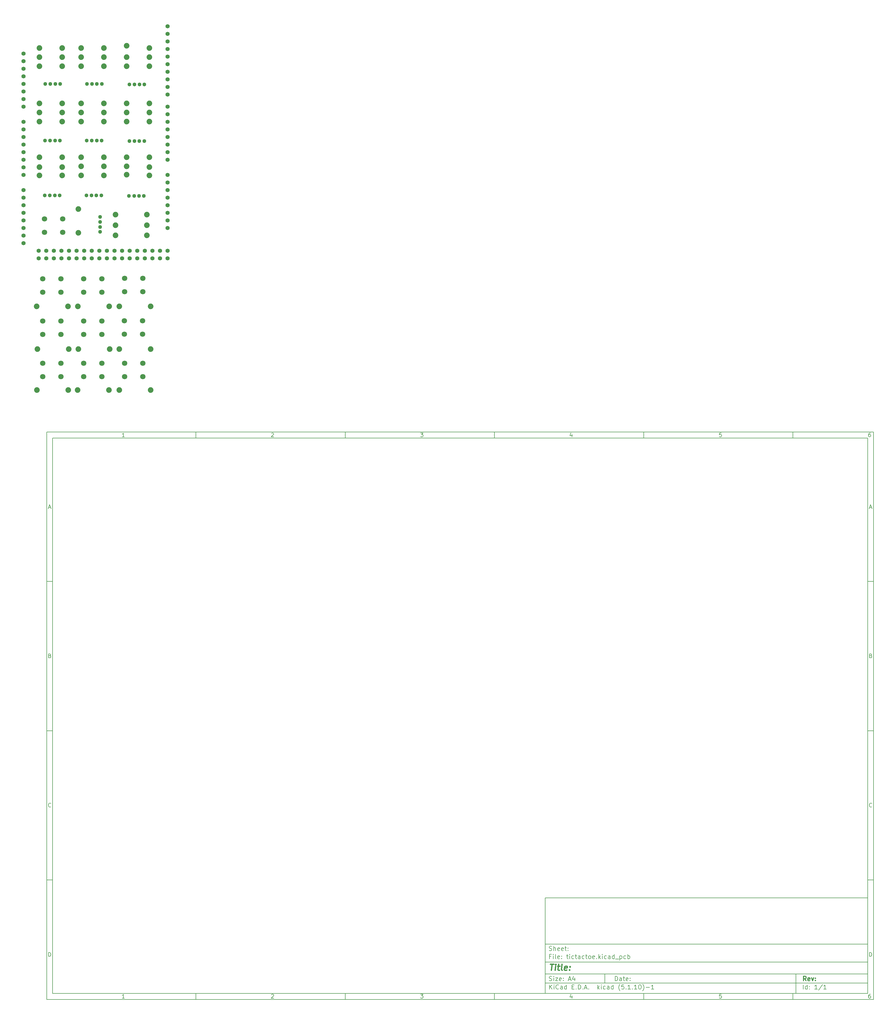
<source format=gbr>
%TF.GenerationSoftware,KiCad,Pcbnew,(5.1.10)-1*%
%TF.CreationDate,2021-10-16T16:01:45-05:00*%
%TF.ProjectId,tictactoe,74696374-6163-4746-9f65-2e6b69636164,rev?*%
%TF.SameCoordinates,Original*%
%TF.FileFunction,Soldermask,Top*%
%TF.FilePolarity,Negative*%
%FSLAX46Y46*%
G04 Gerber Fmt 4.6, Leading zero omitted, Abs format (unit mm)*
G04 Created by KiCad (PCBNEW (5.1.10)-1) date 2021-10-16 16:01:45*
%MOMM*%
%LPD*%
G01*
G04 APERTURE LIST*
%ADD10C,0.100000*%
%ADD11C,0.150000*%
%ADD12C,0.300000*%
%ADD13C,0.400000*%
%ADD14C,1.879600*%
%ADD15C,1.800000*%
%ADD16C,1.300000*%
%ADD17C,1.422400*%
G04 APERTURE END LIST*
D10*
D11*
X177002200Y-166007200D02*
X177002200Y-198007200D01*
X285002200Y-198007200D01*
X285002200Y-166007200D01*
X177002200Y-166007200D01*
D10*
D11*
X10000000Y-10000000D02*
X10000000Y-200007200D01*
X287002200Y-200007200D01*
X287002200Y-10000000D01*
X10000000Y-10000000D01*
D10*
D11*
X12000000Y-12000000D02*
X12000000Y-198007200D01*
X285002200Y-198007200D01*
X285002200Y-12000000D01*
X12000000Y-12000000D01*
D10*
D11*
X60000000Y-12000000D02*
X60000000Y-10000000D01*
D10*
D11*
X110000000Y-12000000D02*
X110000000Y-10000000D01*
D10*
D11*
X160000000Y-12000000D02*
X160000000Y-10000000D01*
D10*
D11*
X210000000Y-12000000D02*
X210000000Y-10000000D01*
D10*
D11*
X260000000Y-12000000D02*
X260000000Y-10000000D01*
D10*
D11*
X36065476Y-11588095D02*
X35322619Y-11588095D01*
X35694047Y-11588095D02*
X35694047Y-10288095D01*
X35570238Y-10473809D01*
X35446428Y-10597619D01*
X35322619Y-10659523D01*
D10*
D11*
X85322619Y-10411904D02*
X85384523Y-10350000D01*
X85508333Y-10288095D01*
X85817857Y-10288095D01*
X85941666Y-10350000D01*
X86003571Y-10411904D01*
X86065476Y-10535714D01*
X86065476Y-10659523D01*
X86003571Y-10845238D01*
X85260714Y-11588095D01*
X86065476Y-11588095D01*
D10*
D11*
X135260714Y-10288095D02*
X136065476Y-10288095D01*
X135632142Y-10783333D01*
X135817857Y-10783333D01*
X135941666Y-10845238D01*
X136003571Y-10907142D01*
X136065476Y-11030952D01*
X136065476Y-11340476D01*
X136003571Y-11464285D01*
X135941666Y-11526190D01*
X135817857Y-11588095D01*
X135446428Y-11588095D01*
X135322619Y-11526190D01*
X135260714Y-11464285D01*
D10*
D11*
X185941666Y-10721428D02*
X185941666Y-11588095D01*
X185632142Y-10226190D02*
X185322619Y-11154761D01*
X186127380Y-11154761D01*
D10*
D11*
X236003571Y-10288095D02*
X235384523Y-10288095D01*
X235322619Y-10907142D01*
X235384523Y-10845238D01*
X235508333Y-10783333D01*
X235817857Y-10783333D01*
X235941666Y-10845238D01*
X236003571Y-10907142D01*
X236065476Y-11030952D01*
X236065476Y-11340476D01*
X236003571Y-11464285D01*
X235941666Y-11526190D01*
X235817857Y-11588095D01*
X235508333Y-11588095D01*
X235384523Y-11526190D01*
X235322619Y-11464285D01*
D10*
D11*
X285941666Y-10288095D02*
X285694047Y-10288095D01*
X285570238Y-10350000D01*
X285508333Y-10411904D01*
X285384523Y-10597619D01*
X285322619Y-10845238D01*
X285322619Y-11340476D01*
X285384523Y-11464285D01*
X285446428Y-11526190D01*
X285570238Y-11588095D01*
X285817857Y-11588095D01*
X285941666Y-11526190D01*
X286003571Y-11464285D01*
X286065476Y-11340476D01*
X286065476Y-11030952D01*
X286003571Y-10907142D01*
X285941666Y-10845238D01*
X285817857Y-10783333D01*
X285570238Y-10783333D01*
X285446428Y-10845238D01*
X285384523Y-10907142D01*
X285322619Y-11030952D01*
D10*
D11*
X60000000Y-198007200D02*
X60000000Y-200007200D01*
D10*
D11*
X110000000Y-198007200D02*
X110000000Y-200007200D01*
D10*
D11*
X160000000Y-198007200D02*
X160000000Y-200007200D01*
D10*
D11*
X210000000Y-198007200D02*
X210000000Y-200007200D01*
D10*
D11*
X260000000Y-198007200D02*
X260000000Y-200007200D01*
D10*
D11*
X36065476Y-199595295D02*
X35322619Y-199595295D01*
X35694047Y-199595295D02*
X35694047Y-198295295D01*
X35570238Y-198481009D01*
X35446428Y-198604819D01*
X35322619Y-198666723D01*
D10*
D11*
X85322619Y-198419104D02*
X85384523Y-198357200D01*
X85508333Y-198295295D01*
X85817857Y-198295295D01*
X85941666Y-198357200D01*
X86003571Y-198419104D01*
X86065476Y-198542914D01*
X86065476Y-198666723D01*
X86003571Y-198852438D01*
X85260714Y-199595295D01*
X86065476Y-199595295D01*
D10*
D11*
X135260714Y-198295295D02*
X136065476Y-198295295D01*
X135632142Y-198790533D01*
X135817857Y-198790533D01*
X135941666Y-198852438D01*
X136003571Y-198914342D01*
X136065476Y-199038152D01*
X136065476Y-199347676D01*
X136003571Y-199471485D01*
X135941666Y-199533390D01*
X135817857Y-199595295D01*
X135446428Y-199595295D01*
X135322619Y-199533390D01*
X135260714Y-199471485D01*
D10*
D11*
X185941666Y-198728628D02*
X185941666Y-199595295D01*
X185632142Y-198233390D02*
X185322619Y-199161961D01*
X186127380Y-199161961D01*
D10*
D11*
X236003571Y-198295295D02*
X235384523Y-198295295D01*
X235322619Y-198914342D01*
X235384523Y-198852438D01*
X235508333Y-198790533D01*
X235817857Y-198790533D01*
X235941666Y-198852438D01*
X236003571Y-198914342D01*
X236065476Y-199038152D01*
X236065476Y-199347676D01*
X236003571Y-199471485D01*
X235941666Y-199533390D01*
X235817857Y-199595295D01*
X235508333Y-199595295D01*
X235384523Y-199533390D01*
X235322619Y-199471485D01*
D10*
D11*
X285941666Y-198295295D02*
X285694047Y-198295295D01*
X285570238Y-198357200D01*
X285508333Y-198419104D01*
X285384523Y-198604819D01*
X285322619Y-198852438D01*
X285322619Y-199347676D01*
X285384523Y-199471485D01*
X285446428Y-199533390D01*
X285570238Y-199595295D01*
X285817857Y-199595295D01*
X285941666Y-199533390D01*
X286003571Y-199471485D01*
X286065476Y-199347676D01*
X286065476Y-199038152D01*
X286003571Y-198914342D01*
X285941666Y-198852438D01*
X285817857Y-198790533D01*
X285570238Y-198790533D01*
X285446428Y-198852438D01*
X285384523Y-198914342D01*
X285322619Y-199038152D01*
D10*
D11*
X10000000Y-60000000D02*
X12000000Y-60000000D01*
D10*
D11*
X10000000Y-110000000D02*
X12000000Y-110000000D01*
D10*
D11*
X10000000Y-160000000D02*
X12000000Y-160000000D01*
D10*
D11*
X10690476Y-35216666D02*
X11309523Y-35216666D01*
X10566666Y-35588095D02*
X11000000Y-34288095D01*
X11433333Y-35588095D01*
D10*
D11*
X11092857Y-84907142D02*
X11278571Y-84969047D01*
X11340476Y-85030952D01*
X11402380Y-85154761D01*
X11402380Y-85340476D01*
X11340476Y-85464285D01*
X11278571Y-85526190D01*
X11154761Y-85588095D01*
X10659523Y-85588095D01*
X10659523Y-84288095D01*
X11092857Y-84288095D01*
X11216666Y-84350000D01*
X11278571Y-84411904D01*
X11340476Y-84535714D01*
X11340476Y-84659523D01*
X11278571Y-84783333D01*
X11216666Y-84845238D01*
X11092857Y-84907142D01*
X10659523Y-84907142D01*
D10*
D11*
X11402380Y-135464285D02*
X11340476Y-135526190D01*
X11154761Y-135588095D01*
X11030952Y-135588095D01*
X10845238Y-135526190D01*
X10721428Y-135402380D01*
X10659523Y-135278571D01*
X10597619Y-135030952D01*
X10597619Y-134845238D01*
X10659523Y-134597619D01*
X10721428Y-134473809D01*
X10845238Y-134350000D01*
X11030952Y-134288095D01*
X11154761Y-134288095D01*
X11340476Y-134350000D01*
X11402380Y-134411904D01*
D10*
D11*
X10659523Y-185588095D02*
X10659523Y-184288095D01*
X10969047Y-184288095D01*
X11154761Y-184350000D01*
X11278571Y-184473809D01*
X11340476Y-184597619D01*
X11402380Y-184845238D01*
X11402380Y-185030952D01*
X11340476Y-185278571D01*
X11278571Y-185402380D01*
X11154761Y-185526190D01*
X10969047Y-185588095D01*
X10659523Y-185588095D01*
D10*
D11*
X287002200Y-60000000D02*
X285002200Y-60000000D01*
D10*
D11*
X287002200Y-110000000D02*
X285002200Y-110000000D01*
D10*
D11*
X287002200Y-160000000D02*
X285002200Y-160000000D01*
D10*
D11*
X285692676Y-35216666D02*
X286311723Y-35216666D01*
X285568866Y-35588095D02*
X286002200Y-34288095D01*
X286435533Y-35588095D01*
D10*
D11*
X286095057Y-84907142D02*
X286280771Y-84969047D01*
X286342676Y-85030952D01*
X286404580Y-85154761D01*
X286404580Y-85340476D01*
X286342676Y-85464285D01*
X286280771Y-85526190D01*
X286156961Y-85588095D01*
X285661723Y-85588095D01*
X285661723Y-84288095D01*
X286095057Y-84288095D01*
X286218866Y-84350000D01*
X286280771Y-84411904D01*
X286342676Y-84535714D01*
X286342676Y-84659523D01*
X286280771Y-84783333D01*
X286218866Y-84845238D01*
X286095057Y-84907142D01*
X285661723Y-84907142D01*
D10*
D11*
X286404580Y-135464285D02*
X286342676Y-135526190D01*
X286156961Y-135588095D01*
X286033152Y-135588095D01*
X285847438Y-135526190D01*
X285723628Y-135402380D01*
X285661723Y-135278571D01*
X285599819Y-135030952D01*
X285599819Y-134845238D01*
X285661723Y-134597619D01*
X285723628Y-134473809D01*
X285847438Y-134350000D01*
X286033152Y-134288095D01*
X286156961Y-134288095D01*
X286342676Y-134350000D01*
X286404580Y-134411904D01*
D10*
D11*
X285661723Y-185588095D02*
X285661723Y-184288095D01*
X285971247Y-184288095D01*
X286156961Y-184350000D01*
X286280771Y-184473809D01*
X286342676Y-184597619D01*
X286404580Y-184845238D01*
X286404580Y-185030952D01*
X286342676Y-185278571D01*
X286280771Y-185402380D01*
X286156961Y-185526190D01*
X285971247Y-185588095D01*
X285661723Y-185588095D01*
D10*
D11*
X200434342Y-193785771D02*
X200434342Y-192285771D01*
X200791485Y-192285771D01*
X201005771Y-192357200D01*
X201148628Y-192500057D01*
X201220057Y-192642914D01*
X201291485Y-192928628D01*
X201291485Y-193142914D01*
X201220057Y-193428628D01*
X201148628Y-193571485D01*
X201005771Y-193714342D01*
X200791485Y-193785771D01*
X200434342Y-193785771D01*
X202577200Y-193785771D02*
X202577200Y-193000057D01*
X202505771Y-192857200D01*
X202362914Y-192785771D01*
X202077200Y-192785771D01*
X201934342Y-192857200D01*
X202577200Y-193714342D02*
X202434342Y-193785771D01*
X202077200Y-193785771D01*
X201934342Y-193714342D01*
X201862914Y-193571485D01*
X201862914Y-193428628D01*
X201934342Y-193285771D01*
X202077200Y-193214342D01*
X202434342Y-193214342D01*
X202577200Y-193142914D01*
X203077200Y-192785771D02*
X203648628Y-192785771D01*
X203291485Y-192285771D02*
X203291485Y-193571485D01*
X203362914Y-193714342D01*
X203505771Y-193785771D01*
X203648628Y-193785771D01*
X204720057Y-193714342D02*
X204577200Y-193785771D01*
X204291485Y-193785771D01*
X204148628Y-193714342D01*
X204077200Y-193571485D01*
X204077200Y-193000057D01*
X204148628Y-192857200D01*
X204291485Y-192785771D01*
X204577200Y-192785771D01*
X204720057Y-192857200D01*
X204791485Y-193000057D01*
X204791485Y-193142914D01*
X204077200Y-193285771D01*
X205434342Y-193642914D02*
X205505771Y-193714342D01*
X205434342Y-193785771D01*
X205362914Y-193714342D01*
X205434342Y-193642914D01*
X205434342Y-193785771D01*
X205434342Y-192857200D02*
X205505771Y-192928628D01*
X205434342Y-193000057D01*
X205362914Y-192928628D01*
X205434342Y-192857200D01*
X205434342Y-193000057D01*
D10*
D11*
X177002200Y-194507200D02*
X285002200Y-194507200D01*
D10*
D11*
X178434342Y-196585771D02*
X178434342Y-195085771D01*
X179291485Y-196585771D02*
X178648628Y-195728628D01*
X179291485Y-195085771D02*
X178434342Y-195942914D01*
X179934342Y-196585771D02*
X179934342Y-195585771D01*
X179934342Y-195085771D02*
X179862914Y-195157200D01*
X179934342Y-195228628D01*
X180005771Y-195157200D01*
X179934342Y-195085771D01*
X179934342Y-195228628D01*
X181505771Y-196442914D02*
X181434342Y-196514342D01*
X181220057Y-196585771D01*
X181077200Y-196585771D01*
X180862914Y-196514342D01*
X180720057Y-196371485D01*
X180648628Y-196228628D01*
X180577200Y-195942914D01*
X180577200Y-195728628D01*
X180648628Y-195442914D01*
X180720057Y-195300057D01*
X180862914Y-195157200D01*
X181077200Y-195085771D01*
X181220057Y-195085771D01*
X181434342Y-195157200D01*
X181505771Y-195228628D01*
X182791485Y-196585771D02*
X182791485Y-195800057D01*
X182720057Y-195657200D01*
X182577200Y-195585771D01*
X182291485Y-195585771D01*
X182148628Y-195657200D01*
X182791485Y-196514342D02*
X182648628Y-196585771D01*
X182291485Y-196585771D01*
X182148628Y-196514342D01*
X182077200Y-196371485D01*
X182077200Y-196228628D01*
X182148628Y-196085771D01*
X182291485Y-196014342D01*
X182648628Y-196014342D01*
X182791485Y-195942914D01*
X184148628Y-196585771D02*
X184148628Y-195085771D01*
X184148628Y-196514342D02*
X184005771Y-196585771D01*
X183720057Y-196585771D01*
X183577200Y-196514342D01*
X183505771Y-196442914D01*
X183434342Y-196300057D01*
X183434342Y-195871485D01*
X183505771Y-195728628D01*
X183577200Y-195657200D01*
X183720057Y-195585771D01*
X184005771Y-195585771D01*
X184148628Y-195657200D01*
X186005771Y-195800057D02*
X186505771Y-195800057D01*
X186720057Y-196585771D02*
X186005771Y-196585771D01*
X186005771Y-195085771D01*
X186720057Y-195085771D01*
X187362914Y-196442914D02*
X187434342Y-196514342D01*
X187362914Y-196585771D01*
X187291485Y-196514342D01*
X187362914Y-196442914D01*
X187362914Y-196585771D01*
X188077200Y-196585771D02*
X188077200Y-195085771D01*
X188434342Y-195085771D01*
X188648628Y-195157200D01*
X188791485Y-195300057D01*
X188862914Y-195442914D01*
X188934342Y-195728628D01*
X188934342Y-195942914D01*
X188862914Y-196228628D01*
X188791485Y-196371485D01*
X188648628Y-196514342D01*
X188434342Y-196585771D01*
X188077200Y-196585771D01*
X189577200Y-196442914D02*
X189648628Y-196514342D01*
X189577200Y-196585771D01*
X189505771Y-196514342D01*
X189577200Y-196442914D01*
X189577200Y-196585771D01*
X190220057Y-196157200D02*
X190934342Y-196157200D01*
X190077200Y-196585771D02*
X190577200Y-195085771D01*
X191077200Y-196585771D01*
X191577200Y-196442914D02*
X191648628Y-196514342D01*
X191577200Y-196585771D01*
X191505771Y-196514342D01*
X191577200Y-196442914D01*
X191577200Y-196585771D01*
X194577200Y-196585771D02*
X194577200Y-195085771D01*
X194720057Y-196014342D02*
X195148628Y-196585771D01*
X195148628Y-195585771D02*
X194577200Y-196157200D01*
X195791485Y-196585771D02*
X195791485Y-195585771D01*
X195791485Y-195085771D02*
X195720057Y-195157200D01*
X195791485Y-195228628D01*
X195862914Y-195157200D01*
X195791485Y-195085771D01*
X195791485Y-195228628D01*
X197148628Y-196514342D02*
X197005771Y-196585771D01*
X196720057Y-196585771D01*
X196577200Y-196514342D01*
X196505771Y-196442914D01*
X196434342Y-196300057D01*
X196434342Y-195871485D01*
X196505771Y-195728628D01*
X196577200Y-195657200D01*
X196720057Y-195585771D01*
X197005771Y-195585771D01*
X197148628Y-195657200D01*
X198434342Y-196585771D02*
X198434342Y-195800057D01*
X198362914Y-195657200D01*
X198220057Y-195585771D01*
X197934342Y-195585771D01*
X197791485Y-195657200D01*
X198434342Y-196514342D02*
X198291485Y-196585771D01*
X197934342Y-196585771D01*
X197791485Y-196514342D01*
X197720057Y-196371485D01*
X197720057Y-196228628D01*
X197791485Y-196085771D01*
X197934342Y-196014342D01*
X198291485Y-196014342D01*
X198434342Y-195942914D01*
X199791485Y-196585771D02*
X199791485Y-195085771D01*
X199791485Y-196514342D02*
X199648628Y-196585771D01*
X199362914Y-196585771D01*
X199220057Y-196514342D01*
X199148628Y-196442914D01*
X199077200Y-196300057D01*
X199077200Y-195871485D01*
X199148628Y-195728628D01*
X199220057Y-195657200D01*
X199362914Y-195585771D01*
X199648628Y-195585771D01*
X199791485Y-195657200D01*
X202077200Y-197157200D02*
X202005771Y-197085771D01*
X201862914Y-196871485D01*
X201791485Y-196728628D01*
X201720057Y-196514342D01*
X201648628Y-196157200D01*
X201648628Y-195871485D01*
X201720057Y-195514342D01*
X201791485Y-195300057D01*
X201862914Y-195157200D01*
X202005771Y-194942914D01*
X202077200Y-194871485D01*
X203362914Y-195085771D02*
X202648628Y-195085771D01*
X202577200Y-195800057D01*
X202648628Y-195728628D01*
X202791485Y-195657200D01*
X203148628Y-195657200D01*
X203291485Y-195728628D01*
X203362914Y-195800057D01*
X203434342Y-195942914D01*
X203434342Y-196300057D01*
X203362914Y-196442914D01*
X203291485Y-196514342D01*
X203148628Y-196585771D01*
X202791485Y-196585771D01*
X202648628Y-196514342D01*
X202577200Y-196442914D01*
X204077200Y-196442914D02*
X204148628Y-196514342D01*
X204077200Y-196585771D01*
X204005771Y-196514342D01*
X204077200Y-196442914D01*
X204077200Y-196585771D01*
X205577200Y-196585771D02*
X204720057Y-196585771D01*
X205148628Y-196585771D02*
X205148628Y-195085771D01*
X205005771Y-195300057D01*
X204862914Y-195442914D01*
X204720057Y-195514342D01*
X206220057Y-196442914D02*
X206291485Y-196514342D01*
X206220057Y-196585771D01*
X206148628Y-196514342D01*
X206220057Y-196442914D01*
X206220057Y-196585771D01*
X207720057Y-196585771D02*
X206862914Y-196585771D01*
X207291485Y-196585771D02*
X207291485Y-195085771D01*
X207148628Y-195300057D01*
X207005771Y-195442914D01*
X206862914Y-195514342D01*
X208648628Y-195085771D02*
X208791485Y-195085771D01*
X208934342Y-195157200D01*
X209005771Y-195228628D01*
X209077200Y-195371485D01*
X209148628Y-195657200D01*
X209148628Y-196014342D01*
X209077200Y-196300057D01*
X209005771Y-196442914D01*
X208934342Y-196514342D01*
X208791485Y-196585771D01*
X208648628Y-196585771D01*
X208505771Y-196514342D01*
X208434342Y-196442914D01*
X208362914Y-196300057D01*
X208291485Y-196014342D01*
X208291485Y-195657200D01*
X208362914Y-195371485D01*
X208434342Y-195228628D01*
X208505771Y-195157200D01*
X208648628Y-195085771D01*
X209648628Y-197157200D02*
X209720057Y-197085771D01*
X209862914Y-196871485D01*
X209934342Y-196728628D01*
X210005771Y-196514342D01*
X210077200Y-196157200D01*
X210077200Y-195871485D01*
X210005771Y-195514342D01*
X209934342Y-195300057D01*
X209862914Y-195157200D01*
X209720057Y-194942914D01*
X209648628Y-194871485D01*
X210791485Y-196014342D02*
X211934342Y-196014342D01*
X213434342Y-196585771D02*
X212577200Y-196585771D01*
X213005771Y-196585771D02*
X213005771Y-195085771D01*
X212862914Y-195300057D01*
X212720057Y-195442914D01*
X212577200Y-195514342D01*
D10*
D11*
X177002200Y-191507200D02*
X285002200Y-191507200D01*
D10*
D12*
X264411485Y-193785771D02*
X263911485Y-193071485D01*
X263554342Y-193785771D02*
X263554342Y-192285771D01*
X264125771Y-192285771D01*
X264268628Y-192357200D01*
X264340057Y-192428628D01*
X264411485Y-192571485D01*
X264411485Y-192785771D01*
X264340057Y-192928628D01*
X264268628Y-193000057D01*
X264125771Y-193071485D01*
X263554342Y-193071485D01*
X265625771Y-193714342D02*
X265482914Y-193785771D01*
X265197200Y-193785771D01*
X265054342Y-193714342D01*
X264982914Y-193571485D01*
X264982914Y-193000057D01*
X265054342Y-192857200D01*
X265197200Y-192785771D01*
X265482914Y-192785771D01*
X265625771Y-192857200D01*
X265697200Y-193000057D01*
X265697200Y-193142914D01*
X264982914Y-193285771D01*
X266197200Y-192785771D02*
X266554342Y-193785771D01*
X266911485Y-192785771D01*
X267482914Y-193642914D02*
X267554342Y-193714342D01*
X267482914Y-193785771D01*
X267411485Y-193714342D01*
X267482914Y-193642914D01*
X267482914Y-193785771D01*
X267482914Y-192857200D02*
X267554342Y-192928628D01*
X267482914Y-193000057D01*
X267411485Y-192928628D01*
X267482914Y-192857200D01*
X267482914Y-193000057D01*
D10*
D11*
X178362914Y-193714342D02*
X178577200Y-193785771D01*
X178934342Y-193785771D01*
X179077200Y-193714342D01*
X179148628Y-193642914D01*
X179220057Y-193500057D01*
X179220057Y-193357200D01*
X179148628Y-193214342D01*
X179077200Y-193142914D01*
X178934342Y-193071485D01*
X178648628Y-193000057D01*
X178505771Y-192928628D01*
X178434342Y-192857200D01*
X178362914Y-192714342D01*
X178362914Y-192571485D01*
X178434342Y-192428628D01*
X178505771Y-192357200D01*
X178648628Y-192285771D01*
X179005771Y-192285771D01*
X179220057Y-192357200D01*
X179862914Y-193785771D02*
X179862914Y-192785771D01*
X179862914Y-192285771D02*
X179791485Y-192357200D01*
X179862914Y-192428628D01*
X179934342Y-192357200D01*
X179862914Y-192285771D01*
X179862914Y-192428628D01*
X180434342Y-192785771D02*
X181220057Y-192785771D01*
X180434342Y-193785771D01*
X181220057Y-193785771D01*
X182362914Y-193714342D02*
X182220057Y-193785771D01*
X181934342Y-193785771D01*
X181791485Y-193714342D01*
X181720057Y-193571485D01*
X181720057Y-193000057D01*
X181791485Y-192857200D01*
X181934342Y-192785771D01*
X182220057Y-192785771D01*
X182362914Y-192857200D01*
X182434342Y-193000057D01*
X182434342Y-193142914D01*
X181720057Y-193285771D01*
X183077200Y-193642914D02*
X183148628Y-193714342D01*
X183077200Y-193785771D01*
X183005771Y-193714342D01*
X183077200Y-193642914D01*
X183077200Y-193785771D01*
X183077200Y-192857200D02*
X183148628Y-192928628D01*
X183077200Y-193000057D01*
X183005771Y-192928628D01*
X183077200Y-192857200D01*
X183077200Y-193000057D01*
X184862914Y-193357200D02*
X185577200Y-193357200D01*
X184720057Y-193785771D02*
X185220057Y-192285771D01*
X185720057Y-193785771D01*
X186862914Y-192785771D02*
X186862914Y-193785771D01*
X186505771Y-192214342D02*
X186148628Y-193285771D01*
X187077200Y-193285771D01*
D10*
D11*
X263434342Y-196585771D02*
X263434342Y-195085771D01*
X264791485Y-196585771D02*
X264791485Y-195085771D01*
X264791485Y-196514342D02*
X264648628Y-196585771D01*
X264362914Y-196585771D01*
X264220057Y-196514342D01*
X264148628Y-196442914D01*
X264077200Y-196300057D01*
X264077200Y-195871485D01*
X264148628Y-195728628D01*
X264220057Y-195657200D01*
X264362914Y-195585771D01*
X264648628Y-195585771D01*
X264791485Y-195657200D01*
X265505771Y-196442914D02*
X265577200Y-196514342D01*
X265505771Y-196585771D01*
X265434342Y-196514342D01*
X265505771Y-196442914D01*
X265505771Y-196585771D01*
X265505771Y-195657200D02*
X265577200Y-195728628D01*
X265505771Y-195800057D01*
X265434342Y-195728628D01*
X265505771Y-195657200D01*
X265505771Y-195800057D01*
X268148628Y-196585771D02*
X267291485Y-196585771D01*
X267720057Y-196585771D02*
X267720057Y-195085771D01*
X267577200Y-195300057D01*
X267434342Y-195442914D01*
X267291485Y-195514342D01*
X269862914Y-195014342D02*
X268577200Y-196942914D01*
X271148628Y-196585771D02*
X270291485Y-196585771D01*
X270720057Y-196585771D02*
X270720057Y-195085771D01*
X270577200Y-195300057D01*
X270434342Y-195442914D01*
X270291485Y-195514342D01*
D10*
D11*
X177002200Y-187507200D02*
X285002200Y-187507200D01*
D10*
D13*
X178714580Y-188211961D02*
X179857438Y-188211961D01*
X179036009Y-190211961D02*
X179286009Y-188211961D01*
X180274104Y-190211961D02*
X180440771Y-188878628D01*
X180524104Y-188211961D02*
X180416961Y-188307200D01*
X180500295Y-188402438D01*
X180607438Y-188307200D01*
X180524104Y-188211961D01*
X180500295Y-188402438D01*
X181107438Y-188878628D02*
X181869342Y-188878628D01*
X181476485Y-188211961D02*
X181262200Y-189926247D01*
X181333628Y-190116723D01*
X181512200Y-190211961D01*
X181702676Y-190211961D01*
X182655057Y-190211961D02*
X182476485Y-190116723D01*
X182405057Y-189926247D01*
X182619342Y-188211961D01*
X184190771Y-190116723D02*
X183988390Y-190211961D01*
X183607438Y-190211961D01*
X183428866Y-190116723D01*
X183357438Y-189926247D01*
X183452676Y-189164342D01*
X183571723Y-188973866D01*
X183774104Y-188878628D01*
X184155057Y-188878628D01*
X184333628Y-188973866D01*
X184405057Y-189164342D01*
X184381247Y-189354819D01*
X183405057Y-189545295D01*
X185155057Y-190021485D02*
X185238390Y-190116723D01*
X185131247Y-190211961D01*
X185047914Y-190116723D01*
X185155057Y-190021485D01*
X185131247Y-190211961D01*
X185286009Y-188973866D02*
X185369342Y-189069104D01*
X185262200Y-189164342D01*
X185178866Y-189069104D01*
X185286009Y-188973866D01*
X185262200Y-189164342D01*
D10*
D11*
X178934342Y-185600057D02*
X178434342Y-185600057D01*
X178434342Y-186385771D02*
X178434342Y-184885771D01*
X179148628Y-184885771D01*
X179720057Y-186385771D02*
X179720057Y-185385771D01*
X179720057Y-184885771D02*
X179648628Y-184957200D01*
X179720057Y-185028628D01*
X179791485Y-184957200D01*
X179720057Y-184885771D01*
X179720057Y-185028628D01*
X180648628Y-186385771D02*
X180505771Y-186314342D01*
X180434342Y-186171485D01*
X180434342Y-184885771D01*
X181791485Y-186314342D02*
X181648628Y-186385771D01*
X181362914Y-186385771D01*
X181220057Y-186314342D01*
X181148628Y-186171485D01*
X181148628Y-185600057D01*
X181220057Y-185457200D01*
X181362914Y-185385771D01*
X181648628Y-185385771D01*
X181791485Y-185457200D01*
X181862914Y-185600057D01*
X181862914Y-185742914D01*
X181148628Y-185885771D01*
X182505771Y-186242914D02*
X182577200Y-186314342D01*
X182505771Y-186385771D01*
X182434342Y-186314342D01*
X182505771Y-186242914D01*
X182505771Y-186385771D01*
X182505771Y-185457200D02*
X182577200Y-185528628D01*
X182505771Y-185600057D01*
X182434342Y-185528628D01*
X182505771Y-185457200D01*
X182505771Y-185600057D01*
X184148628Y-185385771D02*
X184720057Y-185385771D01*
X184362914Y-184885771D02*
X184362914Y-186171485D01*
X184434342Y-186314342D01*
X184577200Y-186385771D01*
X184720057Y-186385771D01*
X185220057Y-186385771D02*
X185220057Y-185385771D01*
X185220057Y-184885771D02*
X185148628Y-184957200D01*
X185220057Y-185028628D01*
X185291485Y-184957200D01*
X185220057Y-184885771D01*
X185220057Y-185028628D01*
X186577200Y-186314342D02*
X186434342Y-186385771D01*
X186148628Y-186385771D01*
X186005771Y-186314342D01*
X185934342Y-186242914D01*
X185862914Y-186100057D01*
X185862914Y-185671485D01*
X185934342Y-185528628D01*
X186005771Y-185457200D01*
X186148628Y-185385771D01*
X186434342Y-185385771D01*
X186577200Y-185457200D01*
X187005771Y-185385771D02*
X187577200Y-185385771D01*
X187220057Y-184885771D02*
X187220057Y-186171485D01*
X187291485Y-186314342D01*
X187434342Y-186385771D01*
X187577200Y-186385771D01*
X188720057Y-186385771D02*
X188720057Y-185600057D01*
X188648628Y-185457200D01*
X188505771Y-185385771D01*
X188220057Y-185385771D01*
X188077200Y-185457200D01*
X188720057Y-186314342D02*
X188577200Y-186385771D01*
X188220057Y-186385771D01*
X188077200Y-186314342D01*
X188005771Y-186171485D01*
X188005771Y-186028628D01*
X188077200Y-185885771D01*
X188220057Y-185814342D01*
X188577200Y-185814342D01*
X188720057Y-185742914D01*
X190077200Y-186314342D02*
X189934342Y-186385771D01*
X189648628Y-186385771D01*
X189505771Y-186314342D01*
X189434342Y-186242914D01*
X189362914Y-186100057D01*
X189362914Y-185671485D01*
X189434342Y-185528628D01*
X189505771Y-185457200D01*
X189648628Y-185385771D01*
X189934342Y-185385771D01*
X190077200Y-185457200D01*
X190505771Y-185385771D02*
X191077200Y-185385771D01*
X190720057Y-184885771D02*
X190720057Y-186171485D01*
X190791485Y-186314342D01*
X190934342Y-186385771D01*
X191077200Y-186385771D01*
X191791485Y-186385771D02*
X191648628Y-186314342D01*
X191577200Y-186242914D01*
X191505771Y-186100057D01*
X191505771Y-185671485D01*
X191577200Y-185528628D01*
X191648628Y-185457200D01*
X191791485Y-185385771D01*
X192005771Y-185385771D01*
X192148628Y-185457200D01*
X192220057Y-185528628D01*
X192291485Y-185671485D01*
X192291485Y-186100057D01*
X192220057Y-186242914D01*
X192148628Y-186314342D01*
X192005771Y-186385771D01*
X191791485Y-186385771D01*
X193505771Y-186314342D02*
X193362914Y-186385771D01*
X193077200Y-186385771D01*
X192934342Y-186314342D01*
X192862914Y-186171485D01*
X192862914Y-185600057D01*
X192934342Y-185457200D01*
X193077200Y-185385771D01*
X193362914Y-185385771D01*
X193505771Y-185457200D01*
X193577200Y-185600057D01*
X193577200Y-185742914D01*
X192862914Y-185885771D01*
X194220057Y-186242914D02*
X194291485Y-186314342D01*
X194220057Y-186385771D01*
X194148628Y-186314342D01*
X194220057Y-186242914D01*
X194220057Y-186385771D01*
X194934342Y-186385771D02*
X194934342Y-184885771D01*
X195077200Y-185814342D02*
X195505771Y-186385771D01*
X195505771Y-185385771D02*
X194934342Y-185957200D01*
X196148628Y-186385771D02*
X196148628Y-185385771D01*
X196148628Y-184885771D02*
X196077200Y-184957200D01*
X196148628Y-185028628D01*
X196220057Y-184957200D01*
X196148628Y-184885771D01*
X196148628Y-185028628D01*
X197505771Y-186314342D02*
X197362914Y-186385771D01*
X197077200Y-186385771D01*
X196934342Y-186314342D01*
X196862914Y-186242914D01*
X196791485Y-186100057D01*
X196791485Y-185671485D01*
X196862914Y-185528628D01*
X196934342Y-185457200D01*
X197077200Y-185385771D01*
X197362914Y-185385771D01*
X197505771Y-185457200D01*
X198791485Y-186385771D02*
X198791485Y-185600057D01*
X198720057Y-185457200D01*
X198577200Y-185385771D01*
X198291485Y-185385771D01*
X198148628Y-185457200D01*
X198791485Y-186314342D02*
X198648628Y-186385771D01*
X198291485Y-186385771D01*
X198148628Y-186314342D01*
X198077200Y-186171485D01*
X198077200Y-186028628D01*
X198148628Y-185885771D01*
X198291485Y-185814342D01*
X198648628Y-185814342D01*
X198791485Y-185742914D01*
X200148628Y-186385771D02*
X200148628Y-184885771D01*
X200148628Y-186314342D02*
X200005771Y-186385771D01*
X199720057Y-186385771D01*
X199577200Y-186314342D01*
X199505771Y-186242914D01*
X199434342Y-186100057D01*
X199434342Y-185671485D01*
X199505771Y-185528628D01*
X199577200Y-185457200D01*
X199720057Y-185385771D01*
X200005771Y-185385771D01*
X200148628Y-185457200D01*
X200505771Y-186528628D02*
X201648628Y-186528628D01*
X202005771Y-185385771D02*
X202005771Y-186885771D01*
X202005771Y-185457200D02*
X202148628Y-185385771D01*
X202434342Y-185385771D01*
X202577200Y-185457200D01*
X202648628Y-185528628D01*
X202720057Y-185671485D01*
X202720057Y-186100057D01*
X202648628Y-186242914D01*
X202577200Y-186314342D01*
X202434342Y-186385771D01*
X202148628Y-186385771D01*
X202005771Y-186314342D01*
X204005771Y-186314342D02*
X203862914Y-186385771D01*
X203577200Y-186385771D01*
X203434342Y-186314342D01*
X203362914Y-186242914D01*
X203291485Y-186100057D01*
X203291485Y-185671485D01*
X203362914Y-185528628D01*
X203434342Y-185457200D01*
X203577200Y-185385771D01*
X203862914Y-185385771D01*
X204005771Y-185457200D01*
X204648628Y-186385771D02*
X204648628Y-184885771D01*
X204648628Y-185457200D02*
X204791485Y-185385771D01*
X205077200Y-185385771D01*
X205220057Y-185457200D01*
X205291485Y-185528628D01*
X205362914Y-185671485D01*
X205362914Y-186100057D01*
X205291485Y-186242914D01*
X205220057Y-186314342D01*
X205077200Y-186385771D01*
X204791485Y-186385771D01*
X204648628Y-186314342D01*
D10*
D11*
X177002200Y-181507200D02*
X285002200Y-181507200D01*
D10*
D11*
X178362914Y-183614342D02*
X178577200Y-183685771D01*
X178934342Y-183685771D01*
X179077200Y-183614342D01*
X179148628Y-183542914D01*
X179220057Y-183400057D01*
X179220057Y-183257200D01*
X179148628Y-183114342D01*
X179077200Y-183042914D01*
X178934342Y-182971485D01*
X178648628Y-182900057D01*
X178505771Y-182828628D01*
X178434342Y-182757200D01*
X178362914Y-182614342D01*
X178362914Y-182471485D01*
X178434342Y-182328628D01*
X178505771Y-182257200D01*
X178648628Y-182185771D01*
X179005771Y-182185771D01*
X179220057Y-182257200D01*
X179862914Y-183685771D02*
X179862914Y-182185771D01*
X180505771Y-183685771D02*
X180505771Y-182900057D01*
X180434342Y-182757200D01*
X180291485Y-182685771D01*
X180077200Y-182685771D01*
X179934342Y-182757200D01*
X179862914Y-182828628D01*
X181791485Y-183614342D02*
X181648628Y-183685771D01*
X181362914Y-183685771D01*
X181220057Y-183614342D01*
X181148628Y-183471485D01*
X181148628Y-182900057D01*
X181220057Y-182757200D01*
X181362914Y-182685771D01*
X181648628Y-182685771D01*
X181791485Y-182757200D01*
X181862914Y-182900057D01*
X181862914Y-183042914D01*
X181148628Y-183185771D01*
X183077200Y-183614342D02*
X182934342Y-183685771D01*
X182648628Y-183685771D01*
X182505771Y-183614342D01*
X182434342Y-183471485D01*
X182434342Y-182900057D01*
X182505771Y-182757200D01*
X182648628Y-182685771D01*
X182934342Y-182685771D01*
X183077200Y-182757200D01*
X183148628Y-182900057D01*
X183148628Y-183042914D01*
X182434342Y-183185771D01*
X183577200Y-182685771D02*
X184148628Y-182685771D01*
X183791485Y-182185771D02*
X183791485Y-183471485D01*
X183862914Y-183614342D01*
X184005771Y-183685771D01*
X184148628Y-183685771D01*
X184648628Y-183542914D02*
X184720057Y-183614342D01*
X184648628Y-183685771D01*
X184577200Y-183614342D01*
X184648628Y-183542914D01*
X184648628Y-183685771D01*
X184648628Y-182757200D02*
X184720057Y-182828628D01*
X184648628Y-182900057D01*
X184577200Y-182828628D01*
X184648628Y-182757200D01*
X184648628Y-182900057D01*
D10*
D11*
X197002200Y-191507200D02*
X197002200Y-194507200D01*
D10*
D11*
X261002200Y-191507200D02*
X261002200Y-198007200D01*
D14*
X6624570Y32131000D03*
X17124420Y32131000D03*
X20467570Y32131000D03*
X30967420Y32131000D03*
X34310570Y32131000D03*
X44810420Y32131000D03*
X6878570Y17780000D03*
X17378420Y17780000D03*
X20594570Y17780000D03*
X31094420Y17780000D03*
X34310570Y17780000D03*
X44810420Y17780000D03*
X34310570Y4064000D03*
X44810420Y4064000D03*
X20340570Y4064000D03*
X30840420Y4064000D03*
X6751570Y4064000D03*
X17251420Y4064000D03*
D15*
X14797530Y41365930D03*
X8697460Y41365930D03*
X8697460Y36866060D03*
X14797530Y36866060D03*
X28513530Y41365930D03*
X22413460Y41365930D03*
X22413460Y36866060D03*
X28513530Y36866060D03*
X42229530Y41492930D03*
X36129460Y41492930D03*
X36129460Y36993060D03*
X42229530Y36993060D03*
X14797530Y27205430D03*
X8697460Y27205430D03*
X8697460Y22705560D03*
X14797530Y22705560D03*
X28513530Y27205430D03*
X22413460Y27205430D03*
X22413460Y22705560D03*
X28513530Y22705560D03*
X42102530Y27268930D03*
X36002460Y27268930D03*
X36002460Y22769060D03*
X42102530Y22769060D03*
X14797530Y13044930D03*
X8697460Y13044930D03*
X8697460Y8545060D03*
X14797530Y8545060D03*
X28513530Y13044930D03*
X22413460Y13044930D03*
X22413460Y8545060D03*
X28513530Y8545060D03*
X42229530Y13044930D03*
X36129460Y13044930D03*
X36129460Y8545060D03*
X42229530Y8545060D03*
D14*
X20637500Y56726070D03*
X20637500Y64685920D03*
D15*
X15369030Y61431930D03*
X9268960Y61431930D03*
X9268960Y56932060D03*
X15369030Y56932060D03*
D16*
X27940000Y62062360D03*
X27940000Y60355470D03*
X27940000Y57063630D03*
D14*
X33040570Y59309000D03*
X43540420Y59309000D03*
X33040570Y62865000D03*
X43540420Y62865000D03*
X33040570Y55880000D03*
X43540420Y55880000D03*
D17*
X2222500Y111668550D03*
X2222500Y109128550D03*
X2222500Y106588550D03*
X2222500Y104048550D03*
X2222500Y101508550D03*
X2222500Y98968550D03*
X2222500Y93888550D03*
X2222500Y91348550D03*
X2222500Y88808550D03*
X2222500Y86268550D03*
X2222500Y83728550D03*
X2222500Y81188550D03*
X50482500Y81188550D03*
X50482500Y83728550D03*
X50482500Y86268550D03*
X50482500Y88808550D03*
X50482500Y91348550D03*
X50482500Y93888550D03*
X50482500Y96428550D03*
X50482500Y98968550D03*
X50482500Y103032550D03*
X50482500Y105572550D03*
X50482500Y108112550D03*
X50482500Y110652550D03*
X50482500Y113192550D03*
X50482500Y115732550D03*
X50482500Y118272550D03*
X50482500Y120812550D03*
X2222500Y78648550D03*
X2222500Y76108550D03*
X2222500Y71028550D03*
X2222500Y68488550D03*
X2222500Y65948550D03*
X2222500Y63408550D03*
X2222500Y60868550D03*
X2222500Y58328550D03*
X2222500Y55788550D03*
X2222500Y53248550D03*
X50482500Y76108550D03*
X50482500Y73568550D03*
X50482500Y71028550D03*
X50482500Y68488550D03*
X50482500Y65948550D03*
X50482500Y63408550D03*
X50482500Y60868550D03*
X50482500Y58328550D03*
X9842500Y50708550D03*
X7302500Y50708550D03*
X7302500Y48168550D03*
X12382500Y50708550D03*
X14922500Y50708550D03*
X17462500Y50708550D03*
X20002500Y50708550D03*
X22542500Y50708550D03*
X25082500Y50708550D03*
X27622500Y50708550D03*
X30162500Y50708550D03*
X32702500Y50708550D03*
X35242500Y50708550D03*
X37782500Y50708550D03*
X40322500Y50708550D03*
X42862500Y50708550D03*
X45402500Y50708550D03*
X47942500Y50708550D03*
X50482500Y50708550D03*
X9842500Y48168550D03*
X12382500Y48168550D03*
X14922500Y48168550D03*
X17462500Y48168550D03*
X20002500Y48168550D03*
X22542500Y48168550D03*
X25082500Y48168550D03*
X27622500Y48168550D03*
X30162500Y48168550D03*
X32702500Y48168550D03*
X35242500Y48168550D03*
X37782500Y48168550D03*
X40322500Y48168550D03*
X42862500Y48168550D03*
X45402500Y48168550D03*
X47942500Y48168550D03*
X50482500Y48168550D03*
D16*
X11221730Y106654600D03*
X12872730Y106654600D03*
X9514840Y106654600D03*
X14513570Y106654600D03*
X25166330Y106654600D03*
X26817330Y106654600D03*
X23459440Y106654600D03*
X28458170Y106654600D03*
X39441130Y106476800D03*
X41092130Y106476800D03*
X37734240Y106476800D03*
X42732970Y106476800D03*
X25115530Y87680800D03*
X26766530Y87680800D03*
X11170930Y87680800D03*
X12821930Y87680800D03*
X9464040Y87680800D03*
X14462770Y87680800D03*
X23408640Y87680800D03*
X39390330Y87503000D03*
X41041330Y87503000D03*
X37683440Y87503000D03*
X42682170Y87503000D03*
X28407370Y87680800D03*
X25013930Y69265800D03*
X26664930Y69265800D03*
X11069330Y69265800D03*
X9362440Y69265800D03*
X14361170Y69265800D03*
X23307040Y69265800D03*
X39288730Y69088000D03*
X40939730Y69088000D03*
X37581840Y69088000D03*
X42580570Y69088000D03*
X28305770Y69265800D03*
D14*
X7620000Y118618000D03*
X7620000Y115570000D03*
X7620000Y112522000D03*
X15240000Y118618000D03*
X15240000Y115570000D03*
X15240000Y112522000D03*
X29210000Y118618000D03*
X29210000Y112522000D03*
X21590000Y118618000D03*
X29210000Y115570000D03*
X21590000Y115570000D03*
X21590000Y112522000D03*
X44450000Y118618000D03*
X44450000Y112522000D03*
X36830000Y119380000D03*
X44450000Y115570000D03*
X36830000Y115570000D03*
X36830000Y112522000D03*
X21590000Y97028000D03*
X15240000Y100076000D03*
X15240000Y93980000D03*
X29210000Y100076000D03*
X29210000Y93980000D03*
X21590000Y100076000D03*
X7620000Y100076000D03*
X29210000Y97028000D03*
X15240000Y97028000D03*
X7620000Y97028000D03*
X7620000Y93980000D03*
X36830000Y100076000D03*
X44450000Y97028000D03*
X36830000Y97028000D03*
X21590000Y93980000D03*
X44450000Y100076000D03*
X44450000Y93980000D03*
X36830000Y93980000D03*
X21590000Y78994000D03*
X15240000Y82042000D03*
X15240000Y75946000D03*
X29210000Y82042000D03*
X29210000Y75946000D03*
X21590000Y82042000D03*
X7620000Y82042000D03*
X29210000Y78994000D03*
X15240000Y78740000D03*
X7620000Y78740000D03*
X7620000Y75946000D03*
X36830000Y82042000D03*
X44450000Y78740000D03*
X36830000Y78994000D03*
X21590000Y75946000D03*
X44450000Y82042000D03*
X44450000Y75946000D03*
X36830000Y76200000D03*
D16*
X27940000Y58704470D03*
X12720330Y69265800D03*
D17*
X2222500Y114208550D03*
X2222500Y116748550D03*
X50482500Y123352550D03*
X50482500Y125892550D03*
M02*

</source>
